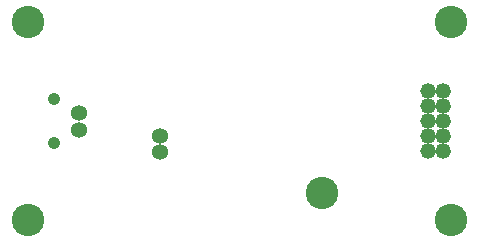
<source format=gbs>
G75*
%MOIN*%
%OFA0B0*%
%FSLAX25Y25*%
%IPPOS*%
%LPD*%
%AMOC8*
5,1,8,0,0,1.08239X$1,22.5*
%
%ADD10C,0.10800*%
%ADD11C,0.05200*%
%ADD12C,0.04146*%
%ADD13C,0.05359*%
D10*
X0021346Y0012400D03*
X0119346Y0021400D03*
X0162346Y0012400D03*
X0162346Y0078400D03*
X0021346Y0078400D03*
D11*
X0154846Y0055400D03*
X0159846Y0055400D03*
X0159846Y0050400D03*
X0154846Y0050400D03*
X0154846Y0045400D03*
X0159846Y0045400D03*
X0159846Y0040400D03*
X0154846Y0040400D03*
X0154846Y0035400D03*
X0159846Y0035400D03*
D12*
X0030008Y0037920D03*
X0030008Y0052880D03*
D13*
X0038396Y0048120D03*
X0038346Y0042400D03*
X0065379Y0040400D03*
X0065346Y0035041D03*
M02*

</source>
